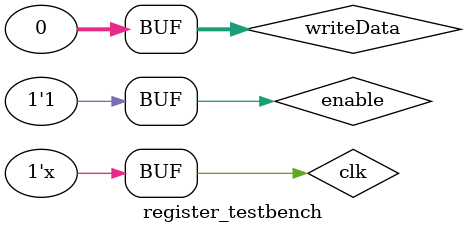
<source format=sv>
module register (writeData, enable, clk, rst, out);
	input [31:0] writeData;
	input enable, clk, rst;
	output [31:0] out;
	
	parameter WIDTH = 32;

	wire [31:0] d;
	genvar i;
	
	generate
		for(i=0; i<WIDTH; i++) begin : eachDff
			mux2_1 m (.out(d[i]), .in({writeData[i], out[i]}), .sel(enable));
			D_FF flipFlop (.q(out[i]), .d(d[i]), .reset(rst), .clk(clk));
		end
	endgenerate
endmodule 

module register_testbench();
	reg [31:0] writeData;
	reg clk, enable;
	wire [31:0] out;
	
	register r (.writeData, .enable, .clk, .out);

	always #(10) clk = ~clk;
	
	initial begin
		clk = 0;
		writeData = 32'b11111111111111111111111111111111;
		enable = 1;
		#40;
		writeData = 32'b10101010101010101010101010101010;
		#40;
		enable = 0;
		writeData = 32'b00000000000000000000000000000000;
		#40;
		enable = 1;
		#40;
	end
endmodule 
</source>
